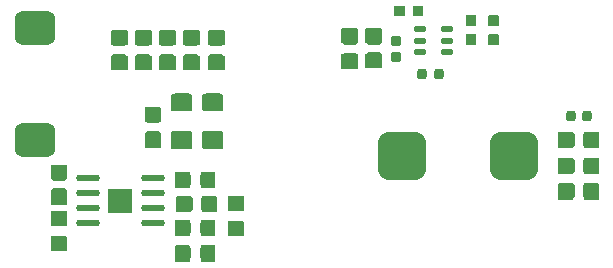
<source format=gtp>
%TF.GenerationSoftware,KiCad,Pcbnew,8.0.5*%
%TF.CreationDate,2024-09-28T17:02:44+08:00*%
%TF.ProjectId,DCDC_power_24V-12V-5V,44434443-5f70-46f7-9765-725f3234562d,rev?*%
%TF.SameCoordinates,Original*%
%TF.FileFunction,Paste,Top*%
%TF.FilePolarity,Positive*%
%FSLAX46Y46*%
G04 Gerber Fmt 4.6, Leading zero omitted, Abs format (unit mm)*
G04 Created by KiCad (PCBNEW 8.0.5) date 2024-09-28 17:02:44*
%MOMM*%
%LPD*%
G01*
G04 APERTURE LIST*
G04 Aperture macros list*
%AMRoundRect*
0 Rectangle with rounded corners*
0 $1 Rounding radius*
0 $2 $3 $4 $5 $6 $7 $8 $9 X,Y pos of 4 corners*
0 Add a 4 corners polygon primitive as box body*
4,1,4,$2,$3,$4,$5,$6,$7,$8,$9,$2,$3,0*
0 Add four circle primitives for the rounded corners*
1,1,$1+$1,$2,$3*
1,1,$1+$1,$4,$5*
1,1,$1+$1,$6,$7*
1,1,$1+$1,$8,$9*
0 Add four rect primitives between the rounded corners*
20,1,$1+$1,$2,$3,$4,$5,0*
20,1,$1+$1,$4,$5,$6,$7,0*
20,1,$1+$1,$6,$7,$8,$9,0*
20,1,$1+$1,$8,$9,$2,$3,0*%
G04 Aperture macros list end*
%ADD10C,0.000000*%
%ADD11RoundRect,0.337500X-0.337500X0.367500X-0.337500X-0.367500X0.337500X-0.367500X0.337500X0.367500X0*%
%ADD12RoundRect,0.201625X-0.201625X-0.230375X0.201625X-0.230375X0.201625X0.230375X-0.201625X0.230375X0*%
%ADD13RoundRect,0.337500X0.337500X-0.367500X0.337500X0.367500X-0.337500X0.367500X-0.337500X-0.367500X0*%
%ADD14O,2.038000X0.574000*%
%ADD15R,2.000000X2.000000*%
%ADD16RoundRect,0.337500X0.367500X0.337500X-0.367500X0.337500X-0.367500X-0.337500X0.367500X-0.337500X0*%
%ADD17RoundRect,0.283125X-0.283125X-0.405375X0.283125X-0.405375X0.283125X0.405375X-0.283125X0.405375X0*%
%ADD18RoundRect,0.200000X-0.200000X-0.250000X0.200000X-0.250000X0.200000X0.250000X-0.200000X0.250000X0*%
%ADD19RoundRect,0.200000X0.200000X0.250000X-0.200000X0.250000X-0.200000X-0.250000X0.200000X-0.250000X0*%
%ADD20RoundRect,0.283125X0.405375X-0.283125X0.405375X0.283125X-0.405375X0.283125X-0.405375X-0.283125X0*%
%ADD21RoundRect,0.133000X0.403000X-0.133000X0.403000X0.133000X-0.403000X0.133000X-0.403000X-0.133000X0*%
%ADD22RoundRect,0.201625X-0.230375X0.201625X-0.230375X-0.201625X0.230375X-0.201625X0.230375X0.201625X0*%
%ADD23RoundRect,1.025000X-1.025000X-1.025000X1.025000X-1.025000X1.025000X1.025000X-1.025000X1.025000X0*%
%ADD24RoundRect,0.731000X-0.979000X0.731000X-0.979000X-0.731000X0.979000X-0.731000X0.979000X0.731000X0*%
%ADD25RoundRect,0.283125X0.283125X0.405375X-0.283125X0.405375X-0.283125X-0.405375X0.283125X-0.405375X0*%
%ADD26RoundRect,0.371250X0.492750X-0.371250X0.492750X0.371250X-0.492750X0.371250X-0.492750X-0.371250X0*%
%ADD27RoundRect,0.201625X0.230375X-0.201625X0.230375X0.201625X-0.230375X0.201625X-0.230375X-0.201625X0*%
%ADD28RoundRect,0.200000X0.250000X-0.200000X0.250000X0.200000X-0.250000X0.200000X-0.250000X-0.200000X0*%
G04 APERTURE END LIST*
D10*
%TO.C,C6*%
G36*
X79657900Y-80666100D02*
G01*
X79657900Y-81816100D01*
X79607900Y-81866100D01*
X79197900Y-81871100D01*
X79197900Y-81421100D01*
X78747900Y-81421100D01*
X78747900Y-81861100D01*
X78327900Y-81866100D01*
X78277900Y-81816100D01*
X78277900Y-80666100D01*
X78327900Y-80616100D01*
X79607900Y-80616100D01*
X79657900Y-80666100D01*
G37*
G36*
X78747900Y-83211100D02*
G01*
X79197900Y-83211100D01*
X79197900Y-82771100D01*
X79607900Y-82766100D01*
X79657900Y-82816100D01*
X79657900Y-83966100D01*
X79607900Y-84016100D01*
X78327900Y-84016100D01*
X78277900Y-83966100D01*
X78277900Y-82816100D01*
X78327900Y-82766100D01*
X78747900Y-82766100D01*
X78747900Y-83211100D01*
G37*
%TO.C,R7*%
G36*
X103109400Y-78592100D02*
G01*
X103109400Y-78820100D01*
X102729400Y-78820100D01*
X102729400Y-79150100D01*
X103109400Y-79150100D01*
X103109400Y-79392100D01*
X103059400Y-79442100D01*
X102269400Y-79442100D01*
X102219400Y-79392100D01*
X102219400Y-78592100D01*
X102269400Y-78542100D01*
X103059400Y-78542100D01*
X103109400Y-78592100D01*
G37*
G36*
X104709400Y-78592100D02*
G01*
X104709400Y-79392100D01*
X104659400Y-79442100D01*
X103859400Y-79442100D01*
X103809400Y-79392100D01*
X103809400Y-79150100D01*
X104179400Y-79150100D01*
X104179400Y-78820100D01*
X103809400Y-78820100D01*
X103809400Y-78592100D01*
X103859400Y-78542100D01*
X104659400Y-78542100D01*
X104709400Y-78592100D01*
G37*
%TO.C,C3*%
G36*
X82494400Y-87206323D02*
G01*
X82494400Y-88356323D01*
X82444400Y-88406323D01*
X82034400Y-88411323D01*
X82034400Y-87961323D01*
X81584400Y-87961323D01*
X81584400Y-88401323D01*
X81164400Y-88406323D01*
X81114400Y-88356323D01*
X81114400Y-87206323D01*
X81164400Y-87156323D01*
X82444400Y-87156323D01*
X82494400Y-87206323D01*
G37*
G36*
X81584400Y-89751323D02*
G01*
X82034400Y-89751323D01*
X82034400Y-89311323D01*
X82444400Y-89306323D01*
X82494400Y-89356323D01*
X82494400Y-90506323D01*
X82444400Y-90556323D01*
X81164400Y-90556323D01*
X81114400Y-90506323D01*
X81114400Y-89356323D01*
X81164400Y-89306323D01*
X81584400Y-89306323D01*
X81584400Y-89751323D01*
G37*
%TO.C,C12*%
G36*
X101180400Y-80497300D02*
G01*
X101180400Y-81647300D01*
X101130400Y-81697300D01*
X100710400Y-81697300D01*
X100710400Y-81252300D01*
X100260400Y-81252300D01*
X100260400Y-81692300D01*
X99850400Y-81697300D01*
X99800400Y-81647300D01*
X99800400Y-80497300D01*
X99850400Y-80447300D01*
X101130400Y-80447300D01*
X101180400Y-80497300D01*
G37*
G36*
X100260400Y-83042300D02*
G01*
X100710400Y-83042300D01*
X100710400Y-82602300D01*
X101130400Y-82597300D01*
X101180400Y-82647300D01*
X101180400Y-83797300D01*
X101130400Y-83847300D01*
X99850400Y-83847300D01*
X99800400Y-83797300D01*
X99800400Y-82647300D01*
X99850400Y-82597300D01*
X100260400Y-82592300D01*
X100260400Y-83042300D01*
G37*
%TO.C,C15*%
G36*
X117389400Y-93624516D02*
G01*
X117389400Y-94044516D01*
X116944400Y-94044516D01*
X116944400Y-94494516D01*
X117384400Y-94494516D01*
X117389400Y-94904516D01*
X117339400Y-94954516D01*
X116189400Y-94954516D01*
X116139400Y-94904516D01*
X116139400Y-93624516D01*
X116189400Y-93574516D01*
X117339400Y-93574516D01*
X117389400Y-93624516D01*
G37*
G36*
X119539400Y-93624516D02*
G01*
X119539400Y-94904516D01*
X119489400Y-94954516D01*
X118339400Y-94954516D01*
X118289400Y-94904516D01*
X118284400Y-94494516D01*
X118734400Y-94494516D01*
X118734400Y-94044516D01*
X118294400Y-94044516D01*
X118289400Y-93624516D01*
X118339400Y-93574516D01*
X119489400Y-93574516D01*
X119539400Y-93624516D01*
G37*
%TO.C,R4*%
G36*
X84947900Y-98874100D02*
G01*
X84952900Y-99284100D01*
X84502900Y-99284100D01*
X84502900Y-99734100D01*
X84942900Y-99734100D01*
X84947900Y-100154100D01*
X84897900Y-100204100D01*
X83747900Y-100204100D01*
X83697900Y-100154100D01*
X83697900Y-98874100D01*
X83747900Y-98824100D01*
X84897900Y-98824100D01*
X84947900Y-98874100D01*
G37*
G36*
X87097900Y-98874100D02*
G01*
X87097900Y-100154100D01*
X87047900Y-100204100D01*
X85897900Y-100204100D01*
X85847900Y-100154100D01*
X85847900Y-99734100D01*
X86292900Y-99734100D01*
X86292900Y-99284100D01*
X85852900Y-99284100D01*
X85847900Y-98874100D01*
X85897900Y-98824100D01*
X87047900Y-98824100D01*
X87097900Y-98874100D01*
G37*
%TO.C,R2*%
G36*
X74530900Y-95959100D02*
G01*
X74530900Y-97109100D01*
X74480900Y-97159100D01*
X74060900Y-97159100D01*
X74060900Y-96714100D01*
X73610900Y-96714100D01*
X73610900Y-97154100D01*
X73200900Y-97159100D01*
X73150900Y-97109100D01*
X73150900Y-95959100D01*
X73200900Y-95909100D01*
X74480900Y-95909100D01*
X74530900Y-95959100D01*
G37*
G36*
X73610900Y-98504100D02*
G01*
X74060900Y-98504100D01*
X74060900Y-98064100D01*
X74480900Y-98059100D01*
X74530900Y-98109100D01*
X74530900Y-99259100D01*
X74480900Y-99309100D01*
X73200900Y-99309100D01*
X73150900Y-99259100D01*
X73150900Y-98109100D01*
X73200900Y-98059100D01*
X73610900Y-98054100D01*
X73610900Y-98504100D01*
G37*
%TO.C,C11*%
G36*
X99134400Y-80517100D02*
G01*
X99134400Y-81667100D01*
X99084400Y-81717100D01*
X98664400Y-81717100D01*
X98664400Y-81272100D01*
X98214400Y-81272100D01*
X98214400Y-81712100D01*
X97804400Y-81717100D01*
X97754400Y-81667100D01*
X97754400Y-80517100D01*
X97804400Y-80467100D01*
X99084400Y-80467100D01*
X99134400Y-80517100D01*
G37*
G36*
X98214400Y-83062100D02*
G01*
X98664400Y-83062100D01*
X98664400Y-82622100D01*
X99084400Y-82617100D01*
X99134400Y-82667100D01*
X99134400Y-83817100D01*
X99084400Y-83867100D01*
X97804400Y-83867100D01*
X97754400Y-83817100D01*
X97754400Y-82667100D01*
X97804400Y-82617100D01*
X98214400Y-82612100D01*
X98214400Y-83062100D01*
G37*
%TO.C,C8*%
G36*
X83721900Y-80666100D02*
G01*
X83721900Y-81816100D01*
X83671900Y-81866100D01*
X83261900Y-81871100D01*
X83261900Y-81421100D01*
X82811900Y-81421100D01*
X82811900Y-81861100D01*
X82391900Y-81866100D01*
X82341900Y-81816100D01*
X82341900Y-80666100D01*
X82391900Y-80616100D01*
X83671900Y-80616100D01*
X83721900Y-80666100D01*
G37*
G36*
X82811900Y-83211100D02*
G01*
X83261900Y-83211100D01*
X83261900Y-82771100D01*
X83671900Y-82766100D01*
X83721900Y-82816100D01*
X83721900Y-83966100D01*
X83671900Y-84016100D01*
X82391900Y-84016100D01*
X82341900Y-83966100D01*
X82341900Y-82816100D01*
X82391900Y-82766100D01*
X82811900Y-82766100D01*
X82811900Y-83211100D01*
G37*
%TO.C,R8*%
G36*
X111094400Y-79408100D02*
G01*
X111094400Y-80198100D01*
X111044400Y-80248100D01*
X110816400Y-80248100D01*
X110816400Y-79868100D01*
X110486400Y-79868100D01*
X110486400Y-80248100D01*
X110244400Y-80248100D01*
X110194400Y-80198100D01*
X110194400Y-79408100D01*
X110244400Y-79358100D01*
X111044400Y-79358100D01*
X111094400Y-79408100D01*
G37*
G36*
X110486400Y-81318100D02*
G01*
X110816400Y-81318100D01*
X110816400Y-80948100D01*
X111044400Y-80948100D01*
X111094400Y-80998100D01*
X111094400Y-81798100D01*
X111044400Y-81848100D01*
X110244400Y-81848100D01*
X110194400Y-81798100D01*
X110194400Y-80998100D01*
X110244400Y-80948100D01*
X110486400Y-80948100D01*
X110486400Y-81318100D01*
G37*
%TO.C,C16*%
G36*
X117389400Y-91472100D02*
G01*
X117389400Y-91892100D01*
X116944400Y-91892100D01*
X116944400Y-92342100D01*
X117384400Y-92342100D01*
X117389400Y-92752100D01*
X117339400Y-92802100D01*
X116189400Y-92802100D01*
X116139400Y-92752100D01*
X116139400Y-91472100D01*
X116189400Y-91422100D01*
X117339400Y-91422100D01*
X117389400Y-91472100D01*
G37*
G36*
X119539400Y-91472100D02*
G01*
X119539400Y-92752100D01*
X119489400Y-92802100D01*
X118339400Y-92802100D01*
X118289400Y-92752100D01*
X118284400Y-92342100D01*
X118734400Y-92342100D01*
X118734400Y-91892100D01*
X118294400Y-91892100D01*
X118289400Y-91472100D01*
X118339400Y-91422100D01*
X119489400Y-91422100D01*
X119539400Y-91472100D01*
G37*
%TO.C,C9*%
G36*
X85774400Y-80667100D02*
G01*
X85774400Y-81817100D01*
X85724400Y-81867100D01*
X85314400Y-81872100D01*
X85314400Y-81422100D01*
X84864400Y-81422100D01*
X84864400Y-81862100D01*
X84444400Y-81867100D01*
X84394400Y-81817100D01*
X84394400Y-80667100D01*
X84444400Y-80617100D01*
X85724400Y-80617100D01*
X85774400Y-80667100D01*
G37*
G36*
X84864400Y-83212100D02*
G01*
X85314400Y-83212100D01*
X85314400Y-82772100D01*
X85724400Y-82767100D01*
X85774400Y-82817100D01*
X85774400Y-83967100D01*
X85724400Y-84017100D01*
X84444400Y-84017100D01*
X84394400Y-83967100D01*
X84394400Y-82817100D01*
X84444400Y-82767100D01*
X84864400Y-82767100D01*
X84864400Y-83212100D01*
G37*
%TO.C,C7*%
G36*
X81689900Y-80666100D02*
G01*
X81689900Y-81816100D01*
X81639900Y-81866100D01*
X81229900Y-81871100D01*
X81229900Y-81421100D01*
X80779900Y-81421100D01*
X80779900Y-81861100D01*
X80359900Y-81866100D01*
X80309900Y-81816100D01*
X80309900Y-80666100D01*
X80359900Y-80616100D01*
X81639900Y-80616100D01*
X81689900Y-80666100D01*
G37*
G36*
X80779900Y-83211100D02*
G01*
X81229900Y-83211100D01*
X81229900Y-82771100D01*
X81639900Y-82766100D01*
X81689900Y-82816100D01*
X81689900Y-83966100D01*
X81639900Y-84016100D01*
X80359900Y-84016100D01*
X80309900Y-83966100D01*
X80309900Y-82816100D01*
X80359900Y-82766100D01*
X80779900Y-82766100D01*
X80779900Y-83211100D01*
G37*
%TO.C,R5*%
G36*
X84947900Y-96715100D02*
G01*
X84947900Y-97135100D01*
X84502900Y-97135100D01*
X84502900Y-97585100D01*
X84942900Y-97585100D01*
X84947900Y-97995100D01*
X84897900Y-98045100D01*
X83747900Y-98045100D01*
X83697900Y-97995100D01*
X83697900Y-96715100D01*
X83747900Y-96665100D01*
X84897900Y-96665100D01*
X84947900Y-96715100D01*
G37*
G36*
X87097900Y-96715100D02*
G01*
X87097900Y-97995100D01*
X87047900Y-98045100D01*
X85897900Y-98045100D01*
X85847900Y-97995100D01*
X85842900Y-97585100D01*
X86292900Y-97585100D01*
X86292900Y-97135100D01*
X85852900Y-97135100D01*
X85847900Y-96715100D01*
X85897900Y-96665100D01*
X87047900Y-96665100D01*
X87097900Y-96715100D01*
G37*
%TO.C,C2*%
G36*
X85093900Y-86088323D02*
G01*
X85093900Y-87373323D01*
X84993900Y-87473323D01*
X84623900Y-87473323D01*
X84523900Y-87373323D01*
X84523900Y-87068323D01*
X84423900Y-86968323D01*
X84035900Y-86968323D01*
X83935900Y-87068323D01*
X83935900Y-87373323D01*
X83835900Y-87473323D01*
X83465900Y-87473323D01*
X83365900Y-87373323D01*
X83365900Y-86088323D01*
X83465900Y-85988323D01*
X84993900Y-85988323D01*
X85093900Y-86088323D01*
G37*
G36*
X83935900Y-89273323D02*
G01*
X83935900Y-89578323D01*
X84035900Y-89678323D01*
X84423900Y-89678323D01*
X84523900Y-89578323D01*
X84523900Y-89273323D01*
X84623900Y-89173323D01*
X84993900Y-89173323D01*
X85093900Y-89273323D01*
X85093900Y-90558323D01*
X84993900Y-90658323D01*
X83465900Y-90658323D01*
X83365900Y-90558323D01*
X83365900Y-89273323D01*
X83465900Y-89173323D01*
X83835900Y-89173323D01*
X83935900Y-89273323D01*
G37*
%TO.C,C1*%
G36*
X87728400Y-86088323D02*
G01*
X87728400Y-87373323D01*
X87628400Y-87473323D01*
X87258400Y-87473323D01*
X87158400Y-87373323D01*
X87158400Y-87068323D01*
X87058400Y-86968323D01*
X86670400Y-86968323D01*
X86570400Y-87068323D01*
X86570400Y-87373323D01*
X86470400Y-87473323D01*
X86100400Y-87473323D01*
X86000400Y-87373323D01*
X86000400Y-86088323D01*
X86100400Y-85988323D01*
X87628400Y-85988323D01*
X87728400Y-86088323D01*
G37*
G36*
X86570400Y-89273323D02*
G01*
X86570400Y-89578323D01*
X86670400Y-89678323D01*
X87058400Y-89678323D01*
X87158400Y-89578323D01*
X87158400Y-89273323D01*
X87258400Y-89173323D01*
X87628400Y-89173323D01*
X87728400Y-89273323D01*
X87728400Y-90558323D01*
X87628400Y-90658323D01*
X86100400Y-90658323D01*
X86000400Y-90558323D01*
X86000400Y-89273323D01*
X86100400Y-89173323D01*
X86470400Y-89173323D01*
X86570400Y-89273323D01*
G37*
%TO.C,R9*%
G36*
X109189400Y-79408100D02*
G01*
X109189400Y-80208100D01*
X109139400Y-80258100D01*
X108897400Y-80258100D01*
X108897400Y-79888100D01*
X108567400Y-79888100D01*
X108567400Y-80258100D01*
X108339400Y-80258100D01*
X108289400Y-80208100D01*
X108289400Y-79408100D01*
X108339400Y-79358100D01*
X109139400Y-79358100D01*
X109189400Y-79408100D01*
G37*
G36*
X108567400Y-81338100D02*
G01*
X108897400Y-81338100D01*
X108897400Y-80958100D01*
X109139400Y-80958100D01*
X109189400Y-81008100D01*
X109189400Y-81798100D01*
X109139400Y-81848100D01*
X108339400Y-81848100D01*
X108289400Y-81798100D01*
X108289400Y-81008100D01*
X108339400Y-80958100D01*
X108567400Y-80958100D01*
X108567400Y-81338100D01*
G37*
%TO.C,C10*%
G36*
X87874400Y-80667100D02*
G01*
X87874400Y-81817100D01*
X87824400Y-81867100D01*
X87414400Y-81872100D01*
X87414400Y-81422100D01*
X86964400Y-81422100D01*
X86964400Y-81862100D01*
X86544400Y-81867100D01*
X86494400Y-81817100D01*
X86494400Y-80667100D01*
X86544400Y-80617100D01*
X87824400Y-80617100D01*
X87874400Y-80667100D01*
G37*
G36*
X86964400Y-83212100D02*
G01*
X87414400Y-83212100D01*
X87414400Y-82772100D01*
X87824400Y-82767100D01*
X87874400Y-82817100D01*
X87874400Y-83967100D01*
X87824400Y-84017100D01*
X86544400Y-84017100D01*
X86494400Y-83967100D01*
X86494400Y-82817100D01*
X86544400Y-82767100D01*
X86964400Y-82767100D01*
X86964400Y-83212100D01*
G37*
%TO.C,R3*%
G36*
X84947900Y-92651100D02*
G01*
X84947900Y-93071100D01*
X84502900Y-93071100D01*
X84502900Y-93521100D01*
X84942900Y-93521100D01*
X84947900Y-93931100D01*
X84897900Y-93981100D01*
X83747900Y-93981100D01*
X83697900Y-93931100D01*
X83697900Y-92651100D01*
X83747900Y-92601100D01*
X84897900Y-92601100D01*
X84947900Y-92651100D01*
G37*
G36*
X87097900Y-92651100D02*
G01*
X87097900Y-93931100D01*
X87047900Y-93981100D01*
X85897900Y-93981100D01*
X85847900Y-93931100D01*
X85842900Y-93521100D01*
X86292900Y-93521100D01*
X86292900Y-93071100D01*
X85852900Y-93071100D01*
X85847900Y-92651100D01*
X85897900Y-92601100D01*
X87047900Y-92601100D01*
X87097900Y-92651100D01*
G37*
%TO.C,C17*%
G36*
X117389400Y-89272100D02*
G01*
X117389400Y-89692100D01*
X116944400Y-89692100D01*
X116944400Y-90142100D01*
X117384400Y-90142100D01*
X117389400Y-90552100D01*
X117339400Y-90602100D01*
X116189400Y-90602100D01*
X116139400Y-90552100D01*
X116139400Y-89272100D01*
X116189400Y-89222100D01*
X117339400Y-89222100D01*
X117389400Y-89272100D01*
G37*
G36*
X119539400Y-89272100D02*
G01*
X119539400Y-90552100D01*
X119489400Y-90602100D01*
X118339400Y-90602100D01*
X118289400Y-90552100D01*
X118284400Y-90142100D01*
X118734400Y-90142100D01*
X118734400Y-89692100D01*
X118294400Y-89692100D01*
X118289400Y-89272100D01*
X118339400Y-89222100D01*
X119489400Y-89222100D01*
X119539400Y-89272100D01*
G37*
%TO.C,R1*%
G36*
X89516900Y-94689100D02*
G01*
X89516900Y-95839100D01*
X89466900Y-95889100D01*
X89046900Y-95889100D01*
X89046900Y-95444100D01*
X88596900Y-95444100D01*
X88596900Y-95884100D01*
X88186900Y-95889100D01*
X88136900Y-95839100D01*
X88136900Y-94689100D01*
X88186900Y-94639100D01*
X89466900Y-94639100D01*
X89516900Y-94689100D01*
G37*
G36*
X88596900Y-97234100D02*
G01*
X89046900Y-97234100D01*
X89046900Y-96794100D01*
X89466900Y-96789100D01*
X89516900Y-96839100D01*
X89516900Y-97989100D01*
X89466900Y-98039100D01*
X88186900Y-98039100D01*
X88136900Y-97989100D01*
X88136900Y-96839100D01*
X88186900Y-96789100D01*
X88596900Y-96784100D01*
X88596900Y-97234100D01*
G37*
%TO.C,C4*%
G36*
X85049900Y-94703100D02*
G01*
X85049900Y-95123100D01*
X84604900Y-95123100D01*
X84604900Y-95573100D01*
X85044900Y-95573100D01*
X85049900Y-95983100D01*
X84999900Y-96033100D01*
X83849900Y-96033100D01*
X83799900Y-95983100D01*
X83799900Y-94703100D01*
X83849900Y-94653100D01*
X84999900Y-94653100D01*
X85049900Y-94703100D01*
G37*
G36*
X87199900Y-94703100D02*
G01*
X87199900Y-95983100D01*
X87149900Y-96033100D01*
X85999900Y-96033100D01*
X85949900Y-95983100D01*
X85944900Y-95573100D01*
X86394900Y-95573100D01*
X86394900Y-95123100D01*
X85954900Y-95123100D01*
X85949900Y-94703100D01*
X85999900Y-94653100D01*
X87149900Y-94653100D01*
X87199900Y-94703100D01*
G37*
%TO.C,C5*%
G36*
X74550900Y-92047100D02*
G01*
X74550900Y-93197100D01*
X74500900Y-93247100D01*
X74090900Y-93252100D01*
X74090900Y-92802100D01*
X73640900Y-92802100D01*
X73640900Y-93242100D01*
X73220900Y-93247100D01*
X73170900Y-93197100D01*
X73170900Y-92047100D01*
X73220900Y-91997100D01*
X74500900Y-91997100D01*
X74550900Y-92047100D01*
G37*
G36*
X73640900Y-94592100D02*
G01*
X74090900Y-94592100D01*
X74090900Y-94152100D01*
X74500900Y-94147100D01*
X74550900Y-94197100D01*
X74550900Y-95347100D01*
X74500900Y-95397100D01*
X73220900Y-95397100D01*
X73170900Y-95347100D01*
X73170900Y-94197100D01*
X73220900Y-94147100D01*
X73640900Y-94147100D01*
X73640900Y-94592100D01*
G37*
%TD*%
D11*
%TO.C,C6*%
X78947900Y-81291100D03*
X78947900Y-83291100D03*
%TD*%
D12*
%TO.C,R7*%
X102710900Y-78992100D03*
X104217900Y-78992100D03*
%TD*%
D11*
%TO.C,C3*%
X81784400Y-87831323D03*
X81784400Y-89831323D03*
%TD*%
D13*
%TO.C,C12*%
X100510400Y-83172300D03*
X100510400Y-81172300D03*
%TD*%
D14*
%TO.C,U1*%
X76278900Y-93164100D03*
X76278900Y-94434100D03*
X76278900Y-95704100D03*
X76278900Y-96974100D03*
X81816900Y-96974100D03*
X81816900Y-95704100D03*
X81816900Y-94434100D03*
X81816900Y-93164100D03*
D15*
X79047900Y-95069100D03*
%TD*%
D16*
%TO.C,C15*%
X118864400Y-94244516D03*
X116864400Y-94244516D03*
%TD*%
D17*
%TO.C,R4*%
X84397900Y-99514100D03*
X86397900Y-99514100D03*
%TD*%
D18*
%TO.C,C14*%
X104610400Y-84286100D03*
X106010400Y-84286100D03*
%TD*%
D19*
%TO.C,C18*%
X118564400Y-87892100D03*
X117164400Y-87892100D03*
%TD*%
D20*
%TO.C,R2*%
X73840900Y-98609100D03*
X73840900Y-96609100D03*
%TD*%
D21*
%TO.C,U2*%
X106713400Y-82442100D03*
X106713400Y-81492100D03*
X106713400Y-80542100D03*
X104415400Y-80542100D03*
X104415400Y-81492100D03*
X104415400Y-82442100D03*
%TD*%
D13*
%TO.C,C11*%
X98464400Y-83192100D03*
X98464400Y-81192100D03*
%TD*%
D11*
%TO.C,C8*%
X83011900Y-81291100D03*
X83011900Y-83291100D03*
%TD*%
D22*
%TO.C,R8*%
X110644400Y-79849600D03*
X110644400Y-81356600D03*
%TD*%
D16*
%TO.C,C16*%
X118864400Y-92092100D03*
X116864400Y-92092100D03*
%TD*%
D11*
%TO.C,C9*%
X85064400Y-81292100D03*
X85064400Y-83292100D03*
%TD*%
D23*
%TO.C,L2*%
X102914400Y-91242100D03*
X112414400Y-91242100D03*
%TD*%
D11*
%TO.C,C7*%
X80979900Y-81291100D03*
X80979900Y-83291100D03*
%TD*%
D24*
%TO.C,L1*%
X71808900Y-89941100D03*
X71808900Y-80385100D03*
%TD*%
D25*
%TO.C,R5*%
X86397900Y-97355100D03*
X84397900Y-97355100D03*
%TD*%
D26*
%TO.C,C2*%
X84229900Y-89915823D03*
X84229900Y-86730823D03*
%TD*%
%TO.C,C1*%
X86864400Y-89915823D03*
X86864400Y-86730823D03*
%TD*%
D27*
%TO.C,R9*%
X108739400Y-81356600D03*
X108739400Y-79849600D03*
%TD*%
D28*
%TO.C,C13*%
X102421800Y-82892100D03*
X102421800Y-81492100D03*
%TD*%
D11*
%TO.C,C10*%
X87164400Y-81292100D03*
X87164400Y-83292100D03*
%TD*%
D25*
%TO.C,R3*%
X86397900Y-93291100D03*
X84397900Y-93291100D03*
%TD*%
D16*
%TO.C,C17*%
X118864400Y-89892100D03*
X116864400Y-89892100D03*
%TD*%
D20*
%TO.C,R1*%
X88826900Y-97339100D03*
X88826900Y-95339100D03*
%TD*%
D16*
%TO.C,C4*%
X86524900Y-95323100D03*
X84524900Y-95323100D03*
%TD*%
D11*
%TO.C,C5*%
X73840900Y-92672100D03*
X73840900Y-94672100D03*
%TD*%
M02*

</source>
